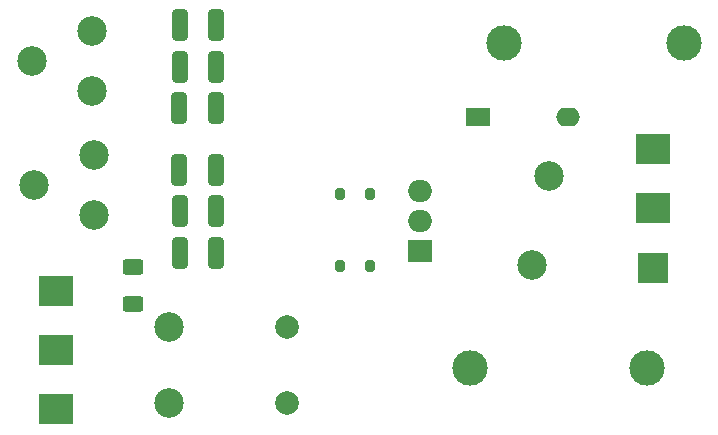
<source format=gts>
%TF.GenerationSoftware,KiCad,Pcbnew,8.0.5*%
%TF.CreationDate,2024-11-11T20:50:25-03:00*%
%TF.ProjectId,Dimmer  PHD Equipamentos,44696d6d-6572-4202-9050-484420457175,rev?*%
%TF.SameCoordinates,Original*%
%TF.FileFunction,Soldermask,Top*%
%TF.FilePolarity,Negative*%
%FSLAX46Y46*%
G04 Gerber Fmt 4.6, Leading zero omitted, Abs format (unit mm)*
G04 Created by KiCad (PCBNEW 8.0.5) date 2024-11-11 20:50:25*
%MOMM*%
%LPD*%
G01*
G04 APERTURE LIST*
G04 Aperture macros list*
%AMRoundRect*
0 Rectangle with rounded corners*
0 $1 Rounding radius*
0 $2 $3 $4 $5 $6 $7 $8 $9 X,Y pos of 4 corners*
0 Add a 4 corners polygon primitive as box body*
4,1,4,$2,$3,$4,$5,$6,$7,$8,$9,$2,$3,0*
0 Add four circle primitives for the rounded corners*
1,1,$1+$1,$2,$3*
1,1,$1+$1,$4,$5*
1,1,$1+$1,$6,$7*
1,1,$1+$1,$8,$9*
0 Add four rect primitives between the rounded corners*
20,1,$1+$1,$2,$3,$4,$5,0*
20,1,$1+$1,$4,$5,$6,$7,0*
20,1,$1+$1,$6,$7,$8,$9,0*
20,1,$1+$1,$8,$9,$2,$3,0*%
G04 Aperture macros list end*
%ADD10RoundRect,0.250000X-0.400000X-1.075000X0.400000X-1.075000X0.400000X1.075000X-0.400000X1.075000X0*%
%ADD11C,2.500000*%
%ADD12C,2.000000*%
%ADD13C,3.000000*%
%ADD14RoundRect,0.250000X-0.625000X0.400000X-0.625000X-0.400000X0.625000X-0.400000X0.625000X0.400000X0*%
%ADD15R,3.000000X2.600000*%
%ADD16R,2.600000X2.600000*%
%ADD17RoundRect,0.200000X0.200000X-0.300000X0.200000X0.300000X-0.200000X0.300000X-0.200000X-0.300000X0*%
%ADD18R,2.000000X1.600000*%
%ADD19O,2.000000X1.600000*%
%ADD20R,2.000000X1.905000*%
%ADD21O,2.000000X1.905000*%
G04 APERTURE END LIST*
D10*
%TO.C,R7*%
X133950000Y-82500000D03*
X137050000Y-82500000D03*
%TD*%
%TO.C,R4*%
X133900000Y-94750000D03*
X137000000Y-94750000D03*
%TD*%
D11*
%TO.C,C1*%
X133000000Y-108000000D03*
D12*
X143000000Y-108000000D03*
%TD*%
D13*
%TO.C,R3*%
X161380000Y-84000000D03*
X176620000Y-84000000D03*
%TD*%
D11*
%TO.C,VARISTOR1*%
X163800000Y-102750000D03*
X165200000Y-95250000D03*
%TD*%
%TO.C,MINIMO*%
X126500000Y-83000000D03*
X121420000Y-85540000D03*
X126500000Y-88080000D03*
%TD*%
D14*
%TO.C,R8*%
X130000000Y-102950000D03*
X130000000Y-106050000D03*
%TD*%
D15*
%TO.C,J1*%
X174000000Y-93000000D03*
X174000000Y-98000000D03*
D16*
X174000000Y-103000000D03*
%TD*%
D11*
%TO.C,MAXIMO*%
X126655000Y-93460000D03*
X121575000Y-96000000D03*
X126655000Y-98540000D03*
%TD*%
D10*
%TO.C,R1*%
X133950000Y-101750000D03*
X137050000Y-101750000D03*
%TD*%
D11*
%TO.C,C2*%
X133000000Y-114500000D03*
D12*
X143000000Y-114500000D03*
%TD*%
D10*
%TO.C,R2*%
X133950000Y-98250000D03*
X137050000Y-98250000D03*
%TD*%
D13*
%TO.C,CSP1*%
X158500000Y-111500000D03*
X173500000Y-111500000D03*
%TD*%
D17*
%TO.C,D2*%
X147500000Y-102900000D03*
X150040000Y-102900000D03*
X150040000Y-96750000D03*
X147500000Y-96750000D03*
%TD*%
D15*
%TO.C,J2*%
X123500000Y-105000000D03*
X123500000Y-110000000D03*
X123500000Y-115000000D03*
%TD*%
D10*
%TO.C,R6*%
X133950000Y-86000000D03*
X137050000Y-86000000D03*
%TD*%
D18*
%TO.C,D1*%
X159190000Y-90250000D03*
D19*
X166810000Y-90250000D03*
%TD*%
D10*
%TO.C,R5*%
X133900000Y-89500000D03*
X137000000Y-89500000D03*
%TD*%
D20*
%TO.C,Q1*%
X154250000Y-101580000D03*
D21*
X154250000Y-99040000D03*
X154250000Y-96500000D03*
%TD*%
M02*

</source>
